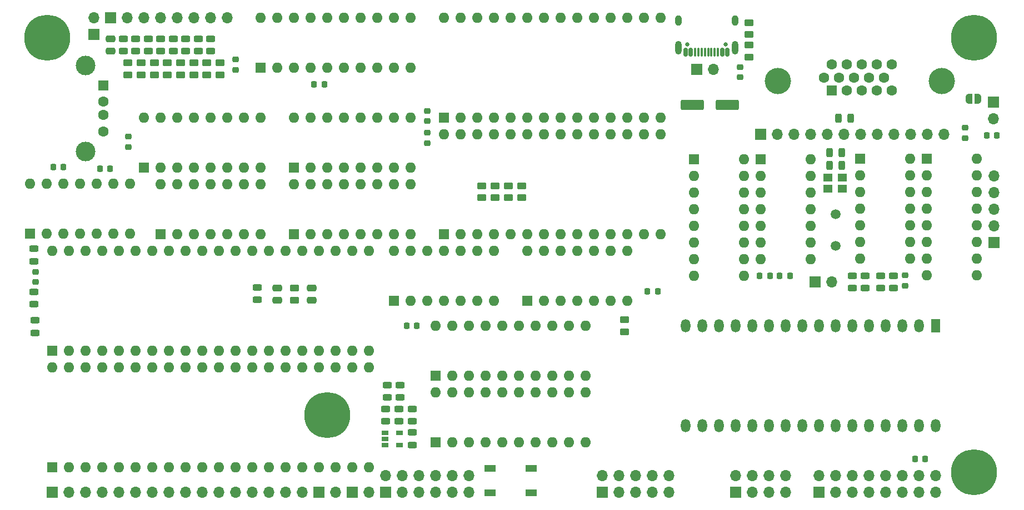
<source format=gbr>
%TF.GenerationSoftware,KiCad,Pcbnew,8.0.6*%
%TF.CreationDate,2025-06-27T07:10:50+02:00*%
%TF.ProjectId,6502,36353032-2e6b-4696-9361-645f70636258,1*%
%TF.SameCoordinates,Original*%
%TF.FileFunction,Soldermask,Top*%
%TF.FilePolarity,Negative*%
%FSLAX46Y46*%
G04 Gerber Fmt 4.6, Leading zero omitted, Abs format (unit mm)*
G04 Created by KiCad (PCBNEW 8.0.6) date 2025-06-27 07:10:50*
%MOMM*%
%LPD*%
G01*
G04 APERTURE LIST*
G04 Aperture macros list*
%AMRoundRect*
0 Rectangle with rounded corners*
0 $1 Rounding radius*
0 $2 $3 $4 $5 $6 $7 $8 $9 X,Y pos of 4 corners*
0 Add a 4 corners polygon primitive as box body*
4,1,4,$2,$3,$4,$5,$6,$7,$8,$9,$2,$3,0*
0 Add four circle primitives for the rounded corners*
1,1,$1+$1,$2,$3*
1,1,$1+$1,$4,$5*
1,1,$1+$1,$6,$7*
1,1,$1+$1,$8,$9*
0 Add four rect primitives between the rounded corners*
20,1,$1+$1,$2,$3,$4,$5,0*
20,1,$1+$1,$4,$5,$6,$7,0*
20,1,$1+$1,$6,$7,$8,$9,0*
20,1,$1+$1,$8,$9,$2,$3,0*%
%AMFreePoly0*
4,1,19,0.500000,-0.750000,0.000000,-0.750000,0.000000,-0.744911,-0.071157,-0.744911,-0.207708,-0.704816,-0.327430,-0.627875,-0.420627,-0.520320,-0.479746,-0.390866,-0.500000,-0.250000,-0.500000,0.250000,-0.479746,0.390866,-0.420627,0.520320,-0.327430,0.627875,-0.207708,0.704816,-0.071157,0.744911,0.000000,0.744911,0.000000,0.750000,0.500000,0.750000,0.500000,-0.750000,0.500000,-0.750000,
$1*%
%AMFreePoly1*
4,1,19,0.000000,0.744911,0.071157,0.744911,0.207708,0.704816,0.327430,0.627875,0.420627,0.520320,0.479746,0.390866,0.500000,0.250000,0.500000,-0.250000,0.479746,-0.390866,0.420627,-0.520320,0.327430,-0.627875,0.207708,-0.704816,0.071157,-0.744911,0.000000,-0.744911,0.000000,-0.750000,-0.500000,-0.750000,-0.500000,0.750000,0.000000,0.750000,0.000000,0.744911,0.000000,0.744911,
$1*%
G04 Aperture macros list end*
%ADD10RoundRect,0.218750X-0.256250X0.218750X-0.256250X-0.218750X0.256250X-0.218750X0.256250X0.218750X0*%
%ADD11RoundRect,0.218750X0.256250X-0.218750X0.256250X0.218750X-0.256250X0.218750X-0.256250X-0.218750X0*%
%ADD12R,1.700000X1.700000*%
%ADD13O,1.700000X1.700000*%
%ADD14RoundRect,0.243750X0.456250X-0.243750X0.456250X0.243750X-0.456250X0.243750X-0.456250X-0.243750X0*%
%ADD15R,1.700000X1.000000*%
%ADD16R,1.600000X1.600000*%
%ADD17O,1.600000X1.600000*%
%ADD18RoundRect,0.243750X-0.456250X0.243750X-0.456250X-0.243750X0.456250X-0.243750X0.456250X0.243750X0*%
%ADD19RoundRect,0.218750X-0.218750X-0.256250X0.218750X-0.256250X0.218750X0.256250X-0.218750X0.256250X0*%
%ADD20R,1.060000X0.650000*%
%ADD21RoundRect,0.218750X0.218750X0.256250X-0.218750X0.256250X-0.218750X-0.256250X0.218750X-0.256250X0*%
%ADD22R,1.500000X1.600000*%
%ADD23C,1.600000*%
%ADD24C,3.000000*%
%ADD25RoundRect,0.250000X0.450000X-0.262500X0.450000X0.262500X-0.450000X0.262500X-0.450000X-0.262500X0*%
%ADD26R,1.440000X2.000000*%
%ADD27O,1.440000X2.000000*%
%ADD28RoundRect,0.250000X0.475000X-0.250000X0.475000X0.250000X-0.475000X0.250000X-0.475000X-0.250000X0*%
%ADD29C,1.500000*%
%ADD30RoundRect,0.243750X-0.243750X-0.456250X0.243750X-0.456250X0.243750X0.456250X-0.243750X0.456250X0*%
%ADD31RoundRect,0.250000X1.500000X0.550000X-1.500000X0.550000X-1.500000X-0.550000X1.500000X-0.550000X0*%
%ADD32C,0.650000*%
%ADD33RoundRect,0.150000X0.150000X0.500000X-0.150000X0.500000X-0.150000X-0.500000X0.150000X-0.500000X0*%
%ADD34RoundRect,0.075000X0.075000X0.575000X-0.075000X0.575000X-0.075000X-0.575000X0.075000X-0.575000X0*%
%ADD35O,1.000000X2.100000*%
%ADD36O,1.000000X1.600000*%
%ADD37RoundRect,0.243750X0.243750X0.456250X-0.243750X0.456250X-0.243750X-0.456250X0.243750X-0.456250X0*%
%ADD38C,4.000000*%
%ADD39RoundRect,0.250000X-0.450000X0.262500X-0.450000X-0.262500X0.450000X-0.262500X0.450000X0.262500X0*%
%ADD40R,1.400000X1.200000*%
%ADD41FreePoly0,180.000000*%
%ADD42FreePoly1,180.000000*%
%ADD43C,7.000000*%
%ADD44RoundRect,0.225000X-0.225000X-0.250000X0.225000X-0.250000X0.225000X0.250000X-0.225000X0.250000X0*%
%ADD45RoundRect,0.250000X-0.475000X0.250000X-0.475000X-0.250000X0.475000X-0.250000X0.475000X0.250000X0*%
%ADD46RoundRect,0.225000X0.250000X-0.225000X0.250000X0.225000X-0.250000X0.225000X-0.250000X-0.225000X0*%
G04 APERTURE END LIST*
D10*
%TO.C,C3*%
X88898323Y-75131523D03*
X88898323Y-76706523D03*
%TD*%
D11*
%TO.C,C7*%
X207264000Y-97866300D03*
X207264000Y-96291300D03*
%TD*%
D10*
%TO.C,C9*%
X105255923Y-63345923D03*
X105255923Y-64920923D03*
%TD*%
D12*
%TO.C,J4*%
X123035923Y-129385923D03*
D13*
X125575923Y-129385923D03*
%TD*%
D12*
%TO.C,J5*%
X193515923Y-97254923D03*
D13*
X196055923Y-97254923D03*
%TD*%
D14*
%TO.C,R2*%
X108500000Y-100037500D03*
X108500000Y-98162500D03*
%TD*%
D15*
%TO.C,SW1*%
X150315923Y-129507923D03*
X144015923Y-129507923D03*
X150315923Y-125707923D03*
X144015923Y-125707923D03*
%TD*%
D16*
%TO.C,U10*%
X135735923Y-121765923D03*
D17*
X138275923Y-121765923D03*
X140815923Y-121765923D03*
X143355923Y-121765923D03*
X145895923Y-121765923D03*
X148435923Y-121765923D03*
X150975923Y-121765923D03*
X153515923Y-121765923D03*
X156055923Y-121765923D03*
X158595923Y-121765923D03*
X158595923Y-114145923D03*
X156055923Y-114145923D03*
X153515923Y-114145923D03*
X150975923Y-114145923D03*
X148435923Y-114145923D03*
X145895923Y-114145923D03*
X143355923Y-114145923D03*
X140815923Y-114145923D03*
X138275923Y-114145923D03*
X135735923Y-114145923D03*
%TD*%
D16*
%TO.C,U11*%
X135735923Y-111595923D03*
D17*
X138275923Y-111595923D03*
X140815923Y-111595923D03*
X143355923Y-111595923D03*
X145895923Y-111595923D03*
X148435923Y-111595923D03*
X150975923Y-111595923D03*
X153515923Y-111595923D03*
X156055923Y-111595923D03*
X158595923Y-111595923D03*
X158595923Y-103975923D03*
X156055923Y-103975923D03*
X153515923Y-103975923D03*
X150975923Y-103975923D03*
X148435923Y-103975923D03*
X145895923Y-103975923D03*
X143355923Y-103975923D03*
X140815923Y-103975923D03*
X138275923Y-103975923D03*
X135735923Y-103975923D03*
%TD*%
D16*
%TO.C,U18*%
X137015923Y-72240923D03*
D17*
X139555923Y-72240923D03*
X142095923Y-72240923D03*
X144635923Y-72240923D03*
X147175923Y-72240923D03*
X149715923Y-72240923D03*
X152255923Y-72240923D03*
X154795923Y-72240923D03*
X157335923Y-72240923D03*
X159875923Y-72240923D03*
X162415923Y-72240923D03*
X164955923Y-72240923D03*
X167495923Y-72240923D03*
X170035923Y-72240923D03*
X170035923Y-57000923D03*
X167495923Y-57000923D03*
X164955923Y-57000923D03*
X162415923Y-57000923D03*
X159875923Y-57000923D03*
X157335923Y-57000923D03*
X154795923Y-57000923D03*
X152255923Y-57000923D03*
X149715923Y-57000923D03*
X147175923Y-57000923D03*
X144635923Y-57000923D03*
X142095923Y-57000923D03*
X139555923Y-57000923D03*
X137015923Y-57000923D03*
%TD*%
D16*
%TO.C,U3*%
X77315923Y-125575923D03*
D17*
X79855923Y-125575923D03*
X82395923Y-125575923D03*
X84935923Y-125575923D03*
X87475923Y-125575923D03*
X90015923Y-125575923D03*
X92555923Y-125575923D03*
X95095923Y-125575923D03*
X97635923Y-125575923D03*
X100175923Y-125575923D03*
X102715923Y-125575923D03*
X105255923Y-125575923D03*
X107795923Y-125575923D03*
X110335923Y-125575923D03*
X112875923Y-125575923D03*
X115415923Y-125575923D03*
X117955923Y-125575923D03*
X120495923Y-125575923D03*
X123035923Y-125575923D03*
X125575923Y-125575923D03*
X125575923Y-110335923D03*
X123035923Y-110335923D03*
X120495923Y-110335923D03*
X117955923Y-110335923D03*
X115415923Y-110335923D03*
X112875923Y-110335923D03*
X110335923Y-110335923D03*
X107795923Y-110335923D03*
X105255923Y-110335923D03*
X102715923Y-110335923D03*
X100175923Y-110335923D03*
X97635923Y-110335923D03*
X95095923Y-110335923D03*
X92555923Y-110335923D03*
X90015923Y-110335923D03*
X87475923Y-110335923D03*
X84935923Y-110335923D03*
X82395923Y-110335923D03*
X79855923Y-110335923D03*
X77315923Y-110335923D03*
%TD*%
D12*
%TO.C,J3*%
X117955923Y-129385923D03*
D13*
X120495923Y-129385923D03*
%TD*%
D16*
%TO.C,U2*%
X77315923Y-107795923D03*
D17*
X79855923Y-107795923D03*
X82395923Y-107795923D03*
X84935923Y-107795923D03*
X87475923Y-107795923D03*
X90015923Y-107795923D03*
X92555923Y-107795923D03*
X95095923Y-107795923D03*
X97635923Y-107795923D03*
X100175923Y-107795923D03*
X102715923Y-107795923D03*
X105255923Y-107795923D03*
X107795923Y-107795923D03*
X110335923Y-107795923D03*
X112875923Y-107795923D03*
X115415923Y-107795923D03*
X117955923Y-107795923D03*
X120495923Y-107795923D03*
X123035923Y-107795923D03*
X125575923Y-107795923D03*
X125575923Y-92555923D03*
X123035923Y-92555923D03*
X120495923Y-92555923D03*
X117955923Y-92555923D03*
X115415923Y-92555923D03*
X112875923Y-92555923D03*
X110335923Y-92555923D03*
X107795923Y-92555923D03*
X105255923Y-92555923D03*
X102715923Y-92555923D03*
X100175923Y-92555923D03*
X97635923Y-92555923D03*
X95095923Y-92555923D03*
X92555923Y-92555923D03*
X90015923Y-92555923D03*
X87475923Y-92555923D03*
X84935923Y-92555923D03*
X82395923Y-92555923D03*
X79855923Y-92555923D03*
X77315923Y-92555923D03*
%TD*%
D18*
%TO.C,R4*%
X74521923Y-98778923D03*
X74521923Y-100653923D03*
%TD*%
D14*
%TO.C,R3*%
X74648923Y-105050423D03*
X74648923Y-103175423D03*
%TD*%
%TO.C,R1*%
X74521923Y-94128423D03*
X74521923Y-92253423D03*
%TD*%
D11*
%TO.C,C10*%
X74775923Y-97305923D03*
X74775923Y-95730923D03*
%TD*%
D16*
%TO.C,U16*%
X137015923Y-90020923D03*
D17*
X139555923Y-90020923D03*
X142095923Y-90020923D03*
X144635923Y-90020923D03*
X147175923Y-90020923D03*
X149715923Y-90020923D03*
X152255923Y-90020923D03*
X154795923Y-90020923D03*
X157335923Y-90020923D03*
X159875923Y-90020923D03*
X162415923Y-90020923D03*
X164955923Y-90020923D03*
X167495923Y-90020923D03*
X170035923Y-90020923D03*
X170035923Y-74780923D03*
X167495923Y-74780923D03*
X164955923Y-74780923D03*
X162415923Y-74780923D03*
X159875923Y-74780923D03*
X157335923Y-74780923D03*
X154795923Y-74780923D03*
X152255923Y-74780923D03*
X149715923Y-74780923D03*
X147175923Y-74780923D03*
X144635923Y-74780923D03*
X142095923Y-74780923D03*
X139555923Y-74780923D03*
X137015923Y-74780923D03*
%TD*%
D19*
%TO.C,C6*%
X117168423Y-67155923D03*
X118743423Y-67155923D03*
%TD*%
D16*
%TO.C,U4*%
X109065923Y-64615923D03*
D17*
X111605923Y-64615923D03*
X114145923Y-64615923D03*
X116685923Y-64615923D03*
X119225923Y-64615923D03*
X121765923Y-64615923D03*
X124305923Y-64615923D03*
X126845923Y-64615923D03*
X129385923Y-64615923D03*
X131925923Y-64615923D03*
X131925923Y-56995923D03*
X129385923Y-56995923D03*
X126845923Y-56995923D03*
X124305923Y-56995923D03*
X121765923Y-56995923D03*
X119225923Y-56995923D03*
X116685923Y-56995923D03*
X114145923Y-56995923D03*
X111605923Y-56995923D03*
X109065923Y-56995923D03*
%TD*%
D18*
%TO.C,C13*%
X132179923Y-120271923D03*
X132179923Y-122146923D03*
%TD*%
D14*
%TO.C,C14*%
X128115923Y-118560923D03*
X128115923Y-116685923D03*
%TD*%
D20*
%TO.C,U15*%
X128031923Y-120307923D03*
X128031923Y-121257923D03*
X128031923Y-122207923D03*
X130231923Y-122207923D03*
X130231923Y-120307923D03*
%TD*%
D12*
%TO.C,J2*%
X77315923Y-129385923D03*
D13*
X79855923Y-129385923D03*
X82395923Y-129385923D03*
X84935923Y-129385923D03*
X87475923Y-129385923D03*
X90015923Y-129385923D03*
X92555923Y-129385923D03*
X95095923Y-129385923D03*
X97635923Y-129385923D03*
X100175923Y-129385923D03*
X102715923Y-129385923D03*
X105255923Y-129385923D03*
X107795923Y-129385923D03*
X110335923Y-129385923D03*
X112875923Y-129385923D03*
X115415923Y-129385923D03*
%TD*%
D21*
%TO.C,C5*%
X86131500Y-80010000D03*
X84556500Y-80010000D03*
%TD*%
D18*
%TO.C,3v3*%
X130147923Y-116685923D03*
X130147923Y-118560923D03*
%TD*%
%TO.C,5V0*%
X132179923Y-116681323D03*
X132179923Y-118556323D03*
%TD*%
D14*
%TO.C,R10*%
X128369923Y-114926423D03*
X128369923Y-113051423D03*
%TD*%
%TO.C,R11*%
X130274923Y-114926423D03*
X130274923Y-113051423D03*
%TD*%
D21*
%TO.C,C15*%
X132865923Y-103985923D03*
X131290923Y-103985923D03*
%TD*%
D11*
%TO.C,C17*%
X134465923Y-72769423D03*
X134465923Y-71194423D03*
%TD*%
D19*
%TO.C,C18*%
X208760823Y-124305923D03*
X210335823Y-124305923D03*
%TD*%
D12*
%TO.C,J14*%
X128115923Y-129385923D03*
D13*
X128115923Y-126845923D03*
X130655923Y-129385923D03*
X130655923Y-126845923D03*
X133195923Y-129385923D03*
X133195923Y-126845923D03*
X135735923Y-129385923D03*
X135735923Y-126845923D03*
X138275923Y-129385923D03*
X138275923Y-126845923D03*
X140815923Y-129385923D03*
X140815923Y-126845923D03*
%TD*%
D22*
%TO.C,J17*%
X85090000Y-67310000D03*
D23*
X85090000Y-69810000D03*
X85090000Y-71810000D03*
X85090000Y-74310000D03*
D24*
X82380000Y-64240000D03*
X82380000Y-77380000D03*
%TD*%
D25*
%TO.C,R12*%
X114250000Y-100062500D03*
X114250000Y-98237500D03*
%TD*%
D26*
%TO.C,U5*%
X211935923Y-103985923D03*
D27*
X209395923Y-103985923D03*
X206855923Y-103985923D03*
X204315923Y-103985923D03*
X201775923Y-103985923D03*
X199235923Y-103985923D03*
X196695923Y-103985923D03*
X194155923Y-103985923D03*
X191615923Y-103985923D03*
X189075923Y-103985923D03*
X186535923Y-103985923D03*
X183995923Y-103985923D03*
X181455923Y-103985923D03*
X178915923Y-103985923D03*
X176375923Y-103985923D03*
X173835923Y-103985923D03*
X173835923Y-119225923D03*
X176375923Y-119225923D03*
X178915923Y-119225923D03*
X181455923Y-119225923D03*
X183995923Y-119225923D03*
X186535923Y-119225923D03*
X189075923Y-119225923D03*
X191615923Y-119225923D03*
X194155923Y-119225923D03*
X196695923Y-119225923D03*
X199235923Y-119225923D03*
X201775923Y-119225923D03*
X204315923Y-119225923D03*
X206855923Y-119225923D03*
X209395923Y-119225923D03*
X211935923Y-119225923D03*
%TD*%
D16*
%TO.C,U8*%
X149700923Y-100165923D03*
D17*
X152240923Y-100165923D03*
X154780923Y-100165923D03*
X157320923Y-100165923D03*
X159860923Y-100165923D03*
X162400923Y-100165923D03*
X164940923Y-100165923D03*
X164940923Y-92545923D03*
X162400923Y-92545923D03*
X159860923Y-92545923D03*
X157320923Y-92545923D03*
X154780923Y-92545923D03*
X152240923Y-92545923D03*
X149700923Y-92545923D03*
%TD*%
D28*
%TO.C,C20*%
X111600000Y-100100000D03*
X111600000Y-98200000D03*
%TD*%
D16*
%TO.C,U1*%
X93820923Y-90005923D03*
D17*
X96360923Y-90005923D03*
X98900923Y-90005923D03*
X101440923Y-90005923D03*
X103980923Y-90005923D03*
X106520923Y-90005923D03*
X109060923Y-90005923D03*
X109060923Y-82385923D03*
X106520923Y-82385923D03*
X103980923Y-82385923D03*
X101440923Y-82385923D03*
X98900923Y-82385923D03*
X96360923Y-82385923D03*
X93820923Y-82385923D03*
%TD*%
D16*
%TO.C,U6*%
X114160923Y-79845923D03*
D17*
X116700923Y-79845923D03*
X119240923Y-79845923D03*
X121780923Y-79845923D03*
X124320923Y-79845923D03*
X126860923Y-79845923D03*
X129400923Y-79845923D03*
X131940923Y-79845923D03*
X131940923Y-72225923D03*
X129400923Y-72225923D03*
X126860923Y-72225923D03*
X124320923Y-72225923D03*
X121780923Y-72225923D03*
X119240923Y-72225923D03*
X116700923Y-72225923D03*
X114160923Y-72225923D03*
%TD*%
D16*
%TO.C,U7*%
X114160923Y-90005923D03*
D17*
X116700923Y-90005923D03*
X119240923Y-90005923D03*
X121780923Y-90005923D03*
X124320923Y-90005923D03*
X126860923Y-90005923D03*
X129400923Y-90005923D03*
X131940923Y-90005923D03*
X131940923Y-82385923D03*
X129400923Y-82385923D03*
X126860923Y-82385923D03*
X124320923Y-82385923D03*
X121780923Y-82385923D03*
X119240923Y-82385923D03*
X116700923Y-82385923D03*
X114160923Y-82385923D03*
%TD*%
D14*
%TO.C,DCTRL6*%
X90015923Y-62075923D03*
X90015923Y-60200923D03*
%TD*%
%TO.C,DCTRL5*%
X91920923Y-62075923D03*
X91920923Y-60200923D03*
%TD*%
%TO.C,DCTRL4*%
X93825923Y-62075923D03*
X93825923Y-60200923D03*
%TD*%
%TO.C,DCTRL3*%
X95730923Y-62075923D03*
X95730923Y-60200923D03*
%TD*%
%TO.C,DVB1*%
X97635923Y-62075923D03*
X97635923Y-60200923D03*
%TD*%
%TO.C,DVB0*%
X99540923Y-62075923D03*
X99540923Y-60200923D03*
%TD*%
%TO.C,DVEN1*%
X101445923Y-62075923D03*
X101445923Y-60200923D03*
%TD*%
%TO.C,DCTRL7*%
X88110923Y-62075923D03*
X88110923Y-60200923D03*
%TD*%
D12*
%TO.C,J12*%
X86205923Y-56995923D03*
D13*
X88745923Y-56995923D03*
X91285923Y-56995923D03*
X93825923Y-56995923D03*
X96365923Y-56995923D03*
X98905923Y-56995923D03*
X101445923Y-56995923D03*
X103985923Y-56995923D03*
%TD*%
D28*
%TO.C,C21*%
X116850000Y-100100000D03*
X116850000Y-98200000D03*
%TD*%
D16*
%TO.C,U19*%
X210566000Y-78486000D03*
D17*
X210566000Y-81026000D03*
X210566000Y-83566000D03*
X210566000Y-86106000D03*
X210566000Y-88646000D03*
X210566000Y-91186000D03*
X210566000Y-93726000D03*
X210566000Y-96266000D03*
X218186000Y-96266000D03*
X218186000Y-93726000D03*
X218186000Y-91186000D03*
X218186000Y-88646000D03*
X218186000Y-86106000D03*
X218186000Y-83566000D03*
X218186000Y-81026000D03*
X218186000Y-78486000D03*
%TD*%
D21*
%TO.C,C11*%
X169543423Y-98753423D03*
X167968423Y-98753423D03*
%TD*%
D12*
%TO.C,J11*%
X220825923Y-91285923D03*
D13*
X220825923Y-88745923D03*
X220825923Y-86205923D03*
X220825923Y-83665923D03*
X220825923Y-81125923D03*
%TD*%
D16*
%TO.C,U17*%
X129380923Y-100165923D03*
D17*
X131920923Y-100165923D03*
X134460923Y-100165923D03*
X137000923Y-100165923D03*
X139540923Y-100165923D03*
X142080923Y-100165923D03*
X144620923Y-100165923D03*
X144620923Y-92545923D03*
X142080923Y-92545923D03*
X139540923Y-92545923D03*
X137000923Y-92545923D03*
X134460923Y-92545923D03*
X131920923Y-92545923D03*
X129380923Y-92545923D03*
%TD*%
D16*
%TO.C,U14*%
X185275923Y-78580923D03*
D17*
X185275923Y-81120923D03*
X185275923Y-83660923D03*
X185275923Y-86200923D03*
X185275923Y-88740923D03*
X185275923Y-91280923D03*
X185275923Y-93820923D03*
X192895923Y-93820923D03*
X192895923Y-91280923D03*
X192895923Y-88740923D03*
X192895923Y-86200923D03*
X192895923Y-83660923D03*
X192895923Y-81120923D03*
X192895923Y-78580923D03*
%TD*%
D19*
%TO.C,C19*%
X185075000Y-96350000D03*
X186650000Y-96350000D03*
%TD*%
%TO.C,C16*%
X219684500Y-74930000D03*
X221259500Y-74930000D03*
%TD*%
D14*
%TO.C,R9*%
X205500000Y-98219500D03*
X205500000Y-96344500D03*
%TD*%
%TO.C,R8*%
X203500000Y-98219500D03*
X203500000Y-96344500D03*
%TD*%
D29*
%TO.C,Y1*%
X196700000Y-86950000D03*
X196700000Y-91830000D03*
%TD*%
D16*
%TO.C,U20*%
X175115923Y-78600923D03*
D17*
X175115923Y-81140923D03*
X175115923Y-83680923D03*
X175115923Y-86220923D03*
X175115923Y-88760923D03*
X175115923Y-91300923D03*
X175115923Y-93840923D03*
X175115923Y-96380923D03*
X182735923Y-96380923D03*
X182735923Y-93840923D03*
X182735923Y-91300923D03*
X182735923Y-88760923D03*
X182735923Y-86220923D03*
X182735923Y-83680923D03*
X182735923Y-81140923D03*
X182735923Y-78600923D03*
%TD*%
D21*
%TO.C,C8*%
X189710923Y-96365923D03*
X188135923Y-96365923D03*
%TD*%
D10*
%TO.C,C4*%
X134465923Y-74521923D03*
X134465923Y-76096923D03*
%TD*%
D30*
%TO.C,C2*%
X195712500Y-77550000D03*
X197587500Y-77550000D03*
%TD*%
%TO.C,C1*%
X195712500Y-79500000D03*
X197587500Y-79500000D03*
%TD*%
D31*
%TO.C,C12*%
X180200000Y-70250000D03*
X174800000Y-70250000D03*
%TD*%
D32*
%TO.C,J9*%
X179890000Y-61065000D03*
X174110000Y-61065000D03*
D33*
X180200000Y-62205000D03*
X179400000Y-62205000D03*
D34*
X178250000Y-62205000D03*
X177250000Y-62205000D03*
X176750000Y-62205000D03*
X175750000Y-62205000D03*
D33*
X174600000Y-62205000D03*
X173800000Y-62205000D03*
X173800000Y-62205000D03*
X174600000Y-62205000D03*
D34*
X175250000Y-62205000D03*
X176250000Y-62205000D03*
X177750000Y-62205000D03*
X178750000Y-62205000D03*
D33*
X179400000Y-62205000D03*
X180200000Y-62205000D03*
D35*
X181320000Y-61565000D03*
D36*
X181320000Y-57385000D03*
D35*
X172680000Y-61565000D03*
D36*
X172680000Y-57385000D03*
%TD*%
D12*
%TO.C,J7*%
X185265923Y-74775923D03*
D13*
X187805923Y-74775923D03*
X190345923Y-74775923D03*
X192885923Y-74775923D03*
X195425923Y-74775923D03*
X197965923Y-74775923D03*
X200505923Y-74775923D03*
X203045923Y-74775923D03*
X205585923Y-74775923D03*
X208125923Y-74775923D03*
X210665923Y-74775923D03*
X213205923Y-74775923D03*
%TD*%
D37*
%TO.C,R7*%
X199000000Y-72300000D03*
X197125000Y-72300000D03*
%TD*%
D14*
%TO.C,R6*%
X199200000Y-98225000D03*
X199200000Y-96350000D03*
%TD*%
%TO.C,R5*%
X201200000Y-98237500D03*
X201200000Y-96362500D03*
%TD*%
D16*
%TO.C,U12*%
X91300923Y-79845923D03*
D17*
X93840923Y-79845923D03*
X96380923Y-79845923D03*
X98920923Y-79845923D03*
X101460923Y-79845923D03*
X104000923Y-79845923D03*
X106540923Y-79845923D03*
X109080923Y-79845923D03*
X109080923Y-72225923D03*
X106540923Y-72225923D03*
X104000923Y-72225923D03*
X101460923Y-72225923D03*
X98920923Y-72225923D03*
X96380923Y-72225923D03*
X93840923Y-72225923D03*
X91300923Y-72225923D03*
%TD*%
D12*
%TO.C,J10*%
X175500000Y-64900000D03*
D13*
X178040000Y-64900000D03*
%TD*%
D38*
%TO.C,J6*%
X212870200Y-66661131D03*
X187870200Y-66661131D03*
D16*
X196055200Y-68081131D03*
D23*
X198345200Y-68081131D03*
X200635200Y-68081131D03*
X202925200Y-68081131D03*
X205215200Y-68081131D03*
X194910200Y-66101131D03*
X197200200Y-66101131D03*
X199490200Y-66101131D03*
X201780200Y-66101131D03*
X204070200Y-66101131D03*
X196055200Y-64121131D03*
X198345200Y-64121131D03*
X200635200Y-64121131D03*
X202925200Y-64121131D03*
X205215200Y-64121131D03*
%TD*%
D12*
%TO.C,J15*%
X181465923Y-129385923D03*
D13*
X181465923Y-126845923D03*
X184005923Y-129385923D03*
X184005923Y-126845923D03*
X186545923Y-129385923D03*
X186545923Y-126845923D03*
X189085923Y-129385923D03*
X189085923Y-126845923D03*
%TD*%
D12*
%TO.C,J16*%
X194155923Y-129385923D03*
D13*
X194155923Y-126845923D03*
X196695923Y-129385923D03*
X196695923Y-126845923D03*
X199235923Y-129385923D03*
X199235923Y-126845923D03*
X201775923Y-129385923D03*
X201775923Y-126845923D03*
X204315923Y-129385923D03*
X204315923Y-126845923D03*
X206855923Y-129385923D03*
X206855923Y-126845923D03*
X209395923Y-129385923D03*
X209395923Y-126845923D03*
X211935923Y-129385923D03*
X211935923Y-126845923D03*
%TD*%
D39*
%TO.C,R23*%
X142750000Y-82625000D03*
X142750000Y-84450000D03*
%TD*%
D12*
%TO.C,J20*%
X161140923Y-129390923D03*
D13*
X161140923Y-126850923D03*
X163680923Y-129390923D03*
X163680923Y-126850923D03*
X166220923Y-129390923D03*
X166220923Y-126850923D03*
X168760923Y-129390923D03*
X168760923Y-126850923D03*
X171300923Y-129390923D03*
X171300923Y-126850923D03*
%TD*%
D25*
%TO.C,R54*%
X96850000Y-65700000D03*
X96850000Y-63875000D03*
%TD*%
D12*
%TO.C,J1*%
X83616800Y-59542600D03*
D13*
X83616800Y-57002600D03*
%TD*%
D40*
%TO.C,Y2*%
X195500000Y-83050000D03*
X197700000Y-83050000D03*
X197700000Y-81350000D03*
X195500000Y-81350000D03*
%TD*%
D41*
%TO.C,R30*%
X218328000Y-69342000D03*
D42*
X217028000Y-69342000D03*
%TD*%
D43*
%TO.C,H2*%
X217777923Y-60043923D03*
%TD*%
D39*
%TO.C,R25*%
X146786600Y-82625000D03*
X146786600Y-84450000D03*
%TD*%
D16*
%TO.C,U21*%
X73909000Y-89906000D03*
D17*
X76449000Y-89906000D03*
X78989000Y-89906000D03*
X81529000Y-89906000D03*
X84069000Y-89906000D03*
X86609000Y-89906000D03*
X89149000Y-89906000D03*
X89149000Y-82286000D03*
X86609000Y-82286000D03*
X84069000Y-82286000D03*
X81529000Y-82286000D03*
X78989000Y-82286000D03*
X76449000Y-82286000D03*
X73909000Y-82286000D03*
%TD*%
D39*
%TO.C,R22*%
X164500000Y-103087500D03*
X164500000Y-104912500D03*
%TD*%
D43*
%TO.C,H3*%
X119225923Y-117574923D03*
%TD*%
D25*
%TO.C,R57*%
X102850000Y-65712500D03*
X102850000Y-63887500D03*
%TD*%
D39*
%TO.C,R59*%
X183500000Y-57737500D03*
X183500000Y-59562500D03*
%TD*%
D25*
%TO.C,R55*%
X98850000Y-65712500D03*
X98850000Y-63887500D03*
%TD*%
D44*
%TO.C,C25*%
X77470000Y-79756000D03*
X79020000Y-79756000D03*
%TD*%
D45*
%TO.C,C22*%
X86156800Y-60198000D03*
X86156800Y-62098000D03*
%TD*%
D39*
%TO.C,R17*%
X148800000Y-82625000D03*
X148800000Y-84450000D03*
%TD*%
D46*
%TO.C,C23*%
X216408000Y-75349400D03*
X216408000Y-73799400D03*
%TD*%
D25*
%TO.C,R52*%
X92850000Y-65700000D03*
X92850000Y-63875000D03*
%TD*%
%TO.C,R56*%
X100850000Y-65712500D03*
X100850000Y-63887500D03*
%TD*%
%TO.C,R58*%
X183500000Y-63000000D03*
X183500000Y-61175000D03*
%TD*%
D43*
%TO.C,H1*%
X76553923Y-60043923D03*
%TD*%
D25*
%TO.C,R53*%
X94850000Y-65712500D03*
X94850000Y-63887500D03*
%TD*%
%TO.C,R51*%
X90850000Y-65700000D03*
X90850000Y-63875000D03*
%TD*%
D46*
%TO.C,C24*%
X182150000Y-66075000D03*
X182150000Y-64525000D03*
%TD*%
D25*
%TO.C,R50*%
X88850000Y-65700000D03*
X88850000Y-63875000D03*
%TD*%
D16*
%TO.C,U13*%
X200416000Y-78481000D03*
D17*
X200416000Y-81021000D03*
X200416000Y-83561000D03*
X200416000Y-86101000D03*
X200416000Y-88641000D03*
X200416000Y-91181000D03*
X200416000Y-93721000D03*
X208036000Y-93721000D03*
X208036000Y-91181000D03*
X208036000Y-88641000D03*
X208036000Y-86101000D03*
X208036000Y-83561000D03*
X208036000Y-81021000D03*
X208036000Y-78481000D03*
%TD*%
D12*
%TO.C,J8*%
X220726000Y-69850000D03*
D13*
X220726000Y-72390000D03*
%TD*%
D43*
%TO.C,H4*%
X217777923Y-126337923D03*
%TD*%
D39*
%TO.C,R24*%
X144750000Y-82625000D03*
X144750000Y-84450000D03*
%TD*%
M02*

</source>
